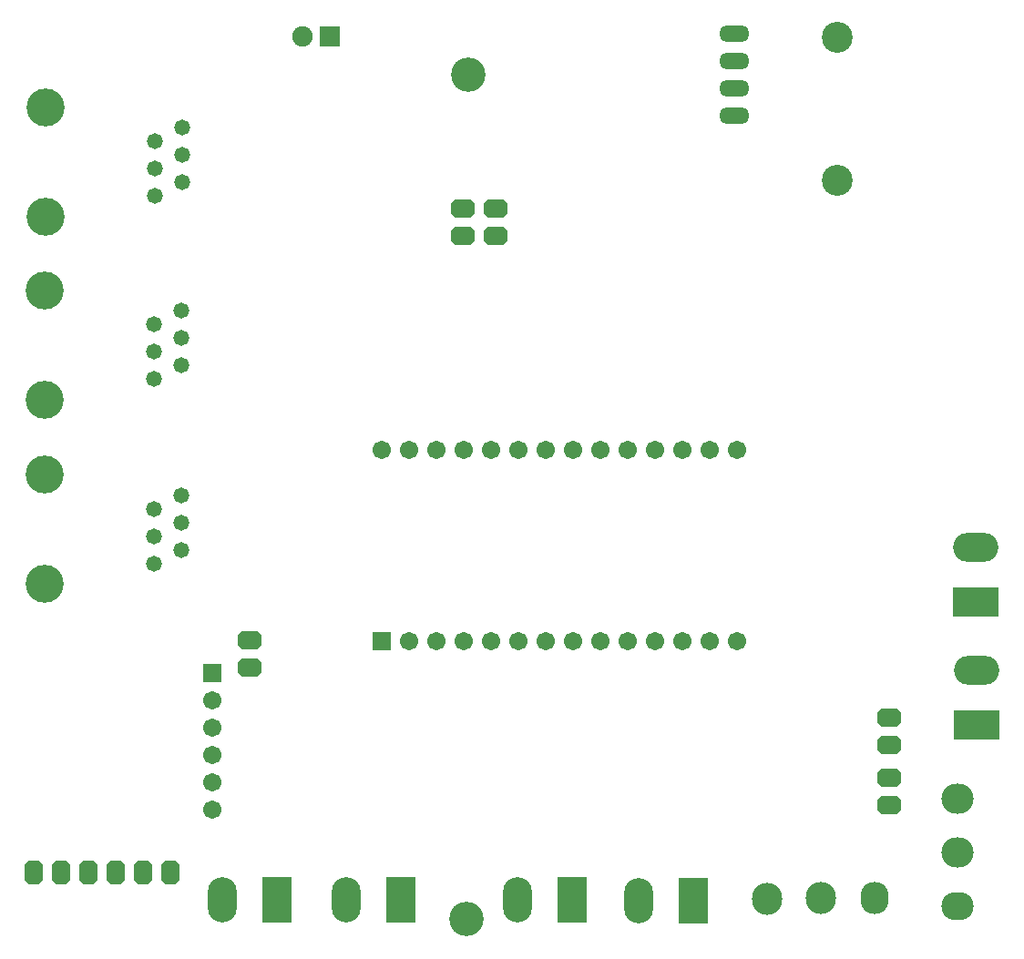
<source format=gbs>
%FSTAX25Y25*%
%MOIN*%
%SFA1B1*%

%IPPOS*%
%AMD39*
4,1,8,-0.027000,-0.034000,0.027000,-0.034000,0.044000,-0.017000,0.044000,0.017000,0.027000,0.034000,-0.027000,0.034000,-0.044000,0.017000,-0.044000,-0.017000,-0.027000,-0.034000,0.0*
%
%AMD42*
4,1,8,0.034000,-0.027000,0.034000,0.027000,0.017000,0.044000,-0.017000,0.044000,-0.034000,0.027000,-0.034000,-0.027000,-0.017000,-0.044000,0.017000,-0.044000,0.034000,-0.027000,0.0*
%
%ADD34C,0.126110*%
%ADD35O,0.110990X0.059500*%
%ADD36O,0.118240X0.110360*%
%ADD37O,0.118240X0.102490*%
%ADD38C,0.113120*%
G04~CAMADD=39~4~0.0~0.0~880.0~680.0~0.0~170.0~0~0.0~0.0~0.0~0.0~0~0.0~0.0~0.0~0.0~0~0.0~0.0~0.0~180.0~880.0~680.0*
%ADD39D39*%
%ADD40R,0.165480X0.106420*%
%ADD41O,0.165480X0.106420*%
G04~CAMADD=42~4~0.0~0.0~880.0~680.0~0.0~170.0~0~0.0~0.0~0.0~0.0~0~0.0~0.0~0.0~0.0~0~0.0~0.0~0.0~270.0~680.0~880.0*
%ADD42D42*%
%ADD43O,0.106420X0.165480*%
%ADD44R,0.106420X0.165480*%
%ADD45O,0.110360X0.118240*%
%ADD46O,0.102490X0.118240*%
%ADD47R,0.074930X0.074930*%
%ADD48C,0.074930*%
%ADD49C,0.139000*%
%ADD50C,0.058000*%
%ADD51C,0.067060*%
%ADD52R,0.067060X0.067060*%
%ADD53R,0.067060X0.067060*%
%ADD54C,0.067060*%
%LNmulti-sensor_datalogger-1*%
%LPD*%
G54D34*
X01865Y03355D03*
X0186Y00265D03*
G54D35*
X0284Y03505D03*
Y03405D03*
Y03305D03*
Y03205D03*
G54D36*
X0365583Y0050941D03*
X0365484Y0070527D03*
G54D37*
X0365583Y0031236D03*
G54D38*
X03215Y0296996D03*
Y0349004D03*
G54D39*
X01065Y01285D03*
Y01185D03*
X03405Y01D03*
Y009D03*
Y0068D03*
Y0078D03*
X01845Y02865D03*
Y02765D03*
X01965Y02865D03*
Y02765D03*
G54D40*
X037261Y0097654D03*
X037211Y0142654D03*
G54D41*
X037261Y0117654D03*
X037211Y0162654D03*
G54D42*
X00375Y00435D03*
X00275D03*
X00475D03*
X00575D03*
X00675D03*
X00775D03*
G54D43*
X0096346Y003361D03*
X0248846Y003311D03*
X0204346Y003361D03*
X0141846D03*
G54D44*
X0116346Y003361D03*
X0268846Y003311D03*
X0224346Y003361D03*
X0161846D03*
G54D45*
X0295972Y0033984D03*
X0315559Y0034083D03*
G54D46*
X0335264Y0034083D03*
G54D47*
X0136Y03495D03*
G54D48*
X0126Y03495D03*
G54D49*
X0032Y02835D03*
Y03235D03*
X00315Y02165D03*
Y02565D03*
Y0149D03*
Y0189D03*
G54D50*
X0072Y0291D03*
X0082Y0296D03*
X0072Y0301D03*
X0082Y0306D03*
X0072Y0311D03*
X0082Y0316D03*
X00715Y0224D03*
X00815Y0229D03*
X00715Y0234D03*
X00815Y0239D03*
X00715Y0244D03*
X00815Y0249D03*
X00715Y01565D03*
X00815Y01615D03*
X00715Y01665D03*
X00815Y01715D03*
X00715Y01765D03*
X00815Y01815D03*
G54D51*
X0285Y0198D03*
X0275D03*
X0265D03*
X0255D03*
X0245D03*
X0235D03*
X0225D03*
X0215D03*
X0205D03*
X0195D03*
X0185D03*
X0175D03*
X0165D03*
X0285Y0128D03*
X0275D03*
X0265D03*
X0255D03*
X0245D03*
X0235D03*
X0225D03*
X0215D03*
X0205D03*
X0195D03*
X0185D03*
X0175D03*
X0165D03*
X0155Y0198D03*
G54D52*
X0155Y0128D03*
G54D53*
X0093Y01165D03*
G54D54*
X0093Y01065D03*
Y00965D03*
Y00865D03*
Y00765D03*
Y00665D03*
M02*
</source>
